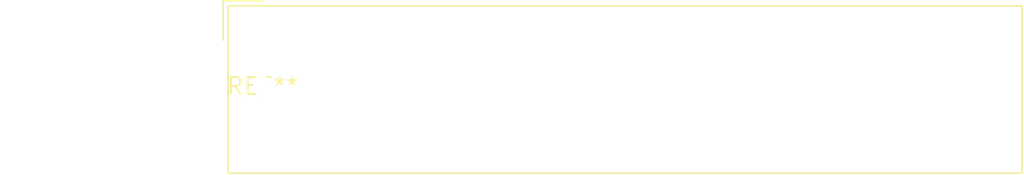
<source format=kicad_pcb>
(kicad_pcb (version 20240108) (generator pcbnew)
  (layers (0 "F.Cu" signal) (31 "B.Cu" signal) (34 "B.Paste" user) (35 "F.Paste" user) (36 "B.SilkS" user "B.Silkscreen") (37 "F.SilkS" user "F.Silkscreen") (38 "B.Mask" user) (39 "F.Mask" user) (44 "Edge.Cuts" user))
  (net 0 "")
  (footprint "Altech_AK300_1x12_P5.00mm_45-Degree" (layer "F.Cu") (at 0 0)
    (property "Reference" "REF**")
    (property "Value" "Altech_AK300_1x12_P5.00mm_45-Degree")
    (fp_line (start -3 -6.5) (end 0 -6.5) (layer "F.SilkS") (stroke (width 0.12)))
    (fp_line (start -3 -3.5) (end -3 -6.5) (layer "F.SilkS") (stroke (width 0.12)))
    (fp_line (start -2.62 -6.12) (end -2.62 6.62) (layer "F.SilkS") (stroke (width 0.12)))
    (fp_line (start -2.62 -6.12) (end -2.62 6.62) (layer "F.SilkS") (stroke (width 0.12)))
    (fp_line (start -2.62 -6.12) (end 57.62 -6.12) (layer "F.SilkS") (stroke (width 0.12)))
    (fp_line (start -2.62 -6.12) (end 57.62 -6.12) (layer "F.SilkS") (stroke (width 0.12)))
    (fp_line (start -2.62 6.62) (end 57.62 6.62) (layer "F.SilkS") (stroke (width 0.12)))
    (fp_line (start -2.62 6.62) (end 57.62 6.62) (layer "F.SilkS") (stroke (width 0.12)))
    (fp_line (start 57.62 -6.12) (end 57.62 6.62) (layer "F.SilkS") (stroke (width 0.12)))
    (fp_line (start 57.62 -6.12) (end 57.62 6.62) (layer "F.SilkS") (stroke (width 0.12)))
    (pad "1" thru_hole rect (at 0 0) (size 3 3) (drill 1.5) (layers *.Cu *.Mask) (remove_unused_layers))
    (pad "2" thru_hole circle (at 5 0) (size 3 3) (drill 1.5) (layers *.Cu *.Mask) (remove_unused_layers))
    (pad "3" thru_hole circle (at 10 0) (size 3 3) (drill 1.5) (layers *.Cu *.Mask) (remove_unused_layers))
    (pad "4" thru_hole circle (at 15 0) (size 3 3) (drill 1.5) (layers *.Cu *.Mask) (remove_unused_layers))
    (pad "5" thru_hole circle (at 20 0) (size 3 3) (drill 1.5) (layers *.Cu *.Mask) (remove_unused_layers))
    (pad "6" thru_hole circle (at 25 0) (size 3 3) (drill 1.5) (layers *.Cu *.Mask) (remove_unused_layers))
    (pad "7" thru_hole circle (at 30 0) (size 3 3) (drill 1.5) (layers *.Cu *.Mask) (remove_unused_layers))
    (pad "8" thru_hole circle (at 35 0) (size 3 3) (drill 1.5) (layers *.Cu *.Mask) (remove_unused_layers))
    (pad "9" thru_hole circle (at 40 0) (size 3 3) (drill 1.5) (layers *.Cu *.Mask) (remove_unused_layers))
    (pad "10" thru_hole circle (at 45 0) (size 3 3) (drill 1.5) (layers *.Cu *.Mask) (remove_unused_layers))
    (pad "11" thru_hole circle (at 50 0) (size 3 3) (drill 1.5) (layers *.Cu *.Mask) (remove_unused_layers))
    (pad "12" thru_hole circle (at 55 0) (size 3 3) (drill 1.5) (layers *.Cu *.Mask) (remove_unused_layers))
  )
)
</source>
